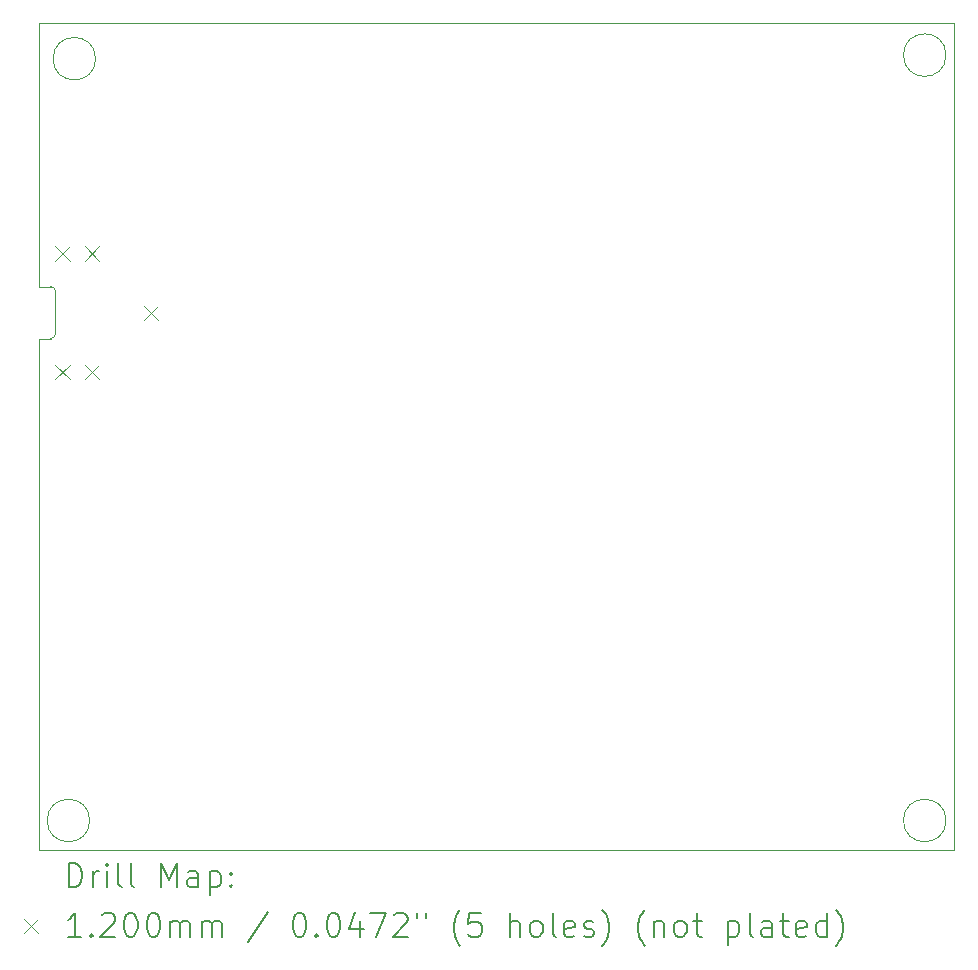
<source format=gbr>
%TF.GenerationSoftware,KiCad,Pcbnew,8.0.2*%
%TF.CreationDate,2024-06-05T21:35:59-04:00*%
%TF.ProjectId,pcb,7063622e-6b69-4636-9164-5f7063625858,rev?*%
%TF.SameCoordinates,Original*%
%TF.FileFunction,Drillmap*%
%TF.FilePolarity,Positive*%
%FSLAX45Y45*%
G04 Gerber Fmt 4.5, Leading zero omitted, Abs format (unit mm)*
G04 Created by KiCad (PCBNEW 8.0.2) date 2024-06-05 21:35:59*
%MOMM*%
%LPD*%
G01*
G04 APERTURE LIST*
%ADD10C,0.050000*%
%ADD11C,0.120000*%
%ADD12C,0.200000*%
G04 APERTURE END LIST*
D10*
X16250000Y-5900000D02*
X16250000Y-12900000D01*
X8980278Y-6200000D02*
G75*
G02*
X8619722Y-6200000I-180278J0D01*
G01*
X8619722Y-6200000D02*
G75*
G02*
X8980278Y-6200000I180278J0D01*
G01*
X16180278Y-12650000D02*
G75*
G02*
X15819722Y-12650000I-180278J0D01*
G01*
X15819722Y-12650000D02*
G75*
G02*
X16180278Y-12650000I180278J0D01*
G01*
X8500000Y-12900000D02*
X8500000Y-9000000D01*
X8500000Y-5900000D02*
X16250000Y-5900000D01*
X16250000Y-12900000D02*
X8500000Y-12900000D01*
X16180278Y-6169722D02*
G75*
G02*
X15819722Y-6169722I-180278J0D01*
G01*
X15819722Y-6169722D02*
G75*
G02*
X16180278Y-6169722I180278J0D01*
G01*
X8500000Y-7700000D02*
X8500000Y-5900000D01*
X8930278Y-12650000D02*
G75*
G02*
X8569722Y-12650000I-180278J0D01*
G01*
X8569722Y-12650000D02*
G75*
G02*
X8930278Y-12650000I180278J0D01*
G01*
D11*
X8500000Y-8130000D02*
X8500000Y-7700000D01*
X8500000Y-8570000D02*
X8500000Y-9000000D01*
X8600000Y-8130000D02*
X8500000Y-8130000D01*
X8600000Y-8570000D02*
X8500000Y-8570000D01*
X8640000Y-8530000D02*
X8640000Y-8170000D01*
X8600000Y-8130000D02*
G75*
G02*
X8640000Y-8170000I0J-40000D01*
G01*
X8640000Y-8530000D02*
G75*
G02*
X8600000Y-8570000I-40000J0D01*
G01*
D12*
D11*
X8640000Y-7790000D02*
X8760000Y-7910000D01*
X8760000Y-7790000D02*
X8640000Y-7910000D01*
X8640000Y-8790000D02*
X8760000Y-8910000D01*
X8760000Y-8790000D02*
X8640000Y-8910000D01*
X8890000Y-7790000D02*
X9010000Y-7910000D01*
X9010000Y-7790000D02*
X8890000Y-7910000D01*
X8890000Y-8790000D02*
X9010000Y-8910000D01*
X9010000Y-8790000D02*
X8890000Y-8910000D01*
X9390000Y-8290000D02*
X9510000Y-8410000D01*
X9510000Y-8290000D02*
X9390000Y-8410000D01*
D12*
X8754777Y-13213984D02*
X8754777Y-13013984D01*
X8754777Y-13013984D02*
X8802396Y-13013984D01*
X8802396Y-13013984D02*
X8830967Y-13023508D01*
X8830967Y-13023508D02*
X8850015Y-13042555D01*
X8850015Y-13042555D02*
X8859539Y-13061603D01*
X8859539Y-13061603D02*
X8869063Y-13099698D01*
X8869063Y-13099698D02*
X8869063Y-13128269D01*
X8869063Y-13128269D02*
X8859539Y-13166365D01*
X8859539Y-13166365D02*
X8850015Y-13185412D01*
X8850015Y-13185412D02*
X8830967Y-13204460D01*
X8830967Y-13204460D02*
X8802396Y-13213984D01*
X8802396Y-13213984D02*
X8754777Y-13213984D01*
X8954777Y-13213984D02*
X8954777Y-13080650D01*
X8954777Y-13118746D02*
X8964301Y-13099698D01*
X8964301Y-13099698D02*
X8973824Y-13090174D01*
X8973824Y-13090174D02*
X8992872Y-13080650D01*
X8992872Y-13080650D02*
X9011920Y-13080650D01*
X9078586Y-13213984D02*
X9078586Y-13080650D01*
X9078586Y-13013984D02*
X9069063Y-13023508D01*
X9069063Y-13023508D02*
X9078586Y-13033031D01*
X9078586Y-13033031D02*
X9088110Y-13023508D01*
X9088110Y-13023508D02*
X9078586Y-13013984D01*
X9078586Y-13013984D02*
X9078586Y-13033031D01*
X9202396Y-13213984D02*
X9183348Y-13204460D01*
X9183348Y-13204460D02*
X9173824Y-13185412D01*
X9173824Y-13185412D02*
X9173824Y-13013984D01*
X9307158Y-13213984D02*
X9288110Y-13204460D01*
X9288110Y-13204460D02*
X9278586Y-13185412D01*
X9278586Y-13185412D02*
X9278586Y-13013984D01*
X9535729Y-13213984D02*
X9535729Y-13013984D01*
X9535729Y-13013984D02*
X9602396Y-13156841D01*
X9602396Y-13156841D02*
X9669063Y-13013984D01*
X9669063Y-13013984D02*
X9669063Y-13213984D01*
X9850015Y-13213984D02*
X9850015Y-13109222D01*
X9850015Y-13109222D02*
X9840491Y-13090174D01*
X9840491Y-13090174D02*
X9821444Y-13080650D01*
X9821444Y-13080650D02*
X9783348Y-13080650D01*
X9783348Y-13080650D02*
X9764301Y-13090174D01*
X9850015Y-13204460D02*
X9830967Y-13213984D01*
X9830967Y-13213984D02*
X9783348Y-13213984D01*
X9783348Y-13213984D02*
X9764301Y-13204460D01*
X9764301Y-13204460D02*
X9754777Y-13185412D01*
X9754777Y-13185412D02*
X9754777Y-13166365D01*
X9754777Y-13166365D02*
X9764301Y-13147317D01*
X9764301Y-13147317D02*
X9783348Y-13137793D01*
X9783348Y-13137793D02*
X9830967Y-13137793D01*
X9830967Y-13137793D02*
X9850015Y-13128269D01*
X9945253Y-13080650D02*
X9945253Y-13280650D01*
X9945253Y-13090174D02*
X9964301Y-13080650D01*
X9964301Y-13080650D02*
X10002396Y-13080650D01*
X10002396Y-13080650D02*
X10021444Y-13090174D01*
X10021444Y-13090174D02*
X10030967Y-13099698D01*
X10030967Y-13099698D02*
X10040491Y-13118746D01*
X10040491Y-13118746D02*
X10040491Y-13175888D01*
X10040491Y-13175888D02*
X10030967Y-13194936D01*
X10030967Y-13194936D02*
X10021444Y-13204460D01*
X10021444Y-13204460D02*
X10002396Y-13213984D01*
X10002396Y-13213984D02*
X9964301Y-13213984D01*
X9964301Y-13213984D02*
X9945253Y-13204460D01*
X10126205Y-13194936D02*
X10135729Y-13204460D01*
X10135729Y-13204460D02*
X10126205Y-13213984D01*
X10126205Y-13213984D02*
X10116682Y-13204460D01*
X10116682Y-13204460D02*
X10126205Y-13194936D01*
X10126205Y-13194936D02*
X10126205Y-13213984D01*
X10126205Y-13090174D02*
X10135729Y-13099698D01*
X10135729Y-13099698D02*
X10126205Y-13109222D01*
X10126205Y-13109222D02*
X10116682Y-13099698D01*
X10116682Y-13099698D02*
X10126205Y-13090174D01*
X10126205Y-13090174D02*
X10126205Y-13109222D01*
D11*
X8374000Y-13482500D02*
X8494000Y-13602500D01*
X8494000Y-13482500D02*
X8374000Y-13602500D01*
D12*
X8859539Y-13633984D02*
X8745253Y-13633984D01*
X8802396Y-13633984D02*
X8802396Y-13433984D01*
X8802396Y-13433984D02*
X8783348Y-13462555D01*
X8783348Y-13462555D02*
X8764301Y-13481603D01*
X8764301Y-13481603D02*
X8745253Y-13491127D01*
X8945253Y-13614936D02*
X8954777Y-13624460D01*
X8954777Y-13624460D02*
X8945253Y-13633984D01*
X8945253Y-13633984D02*
X8935729Y-13624460D01*
X8935729Y-13624460D02*
X8945253Y-13614936D01*
X8945253Y-13614936D02*
X8945253Y-13633984D01*
X9030967Y-13453031D02*
X9040491Y-13443508D01*
X9040491Y-13443508D02*
X9059539Y-13433984D01*
X9059539Y-13433984D02*
X9107158Y-13433984D01*
X9107158Y-13433984D02*
X9126205Y-13443508D01*
X9126205Y-13443508D02*
X9135729Y-13453031D01*
X9135729Y-13453031D02*
X9145253Y-13472079D01*
X9145253Y-13472079D02*
X9145253Y-13491127D01*
X9145253Y-13491127D02*
X9135729Y-13519698D01*
X9135729Y-13519698D02*
X9021444Y-13633984D01*
X9021444Y-13633984D02*
X9145253Y-13633984D01*
X9269063Y-13433984D02*
X9288110Y-13433984D01*
X9288110Y-13433984D02*
X9307158Y-13443508D01*
X9307158Y-13443508D02*
X9316682Y-13453031D01*
X9316682Y-13453031D02*
X9326205Y-13472079D01*
X9326205Y-13472079D02*
X9335729Y-13510174D01*
X9335729Y-13510174D02*
X9335729Y-13557793D01*
X9335729Y-13557793D02*
X9326205Y-13595888D01*
X9326205Y-13595888D02*
X9316682Y-13614936D01*
X9316682Y-13614936D02*
X9307158Y-13624460D01*
X9307158Y-13624460D02*
X9288110Y-13633984D01*
X9288110Y-13633984D02*
X9269063Y-13633984D01*
X9269063Y-13633984D02*
X9250015Y-13624460D01*
X9250015Y-13624460D02*
X9240491Y-13614936D01*
X9240491Y-13614936D02*
X9230967Y-13595888D01*
X9230967Y-13595888D02*
X9221444Y-13557793D01*
X9221444Y-13557793D02*
X9221444Y-13510174D01*
X9221444Y-13510174D02*
X9230967Y-13472079D01*
X9230967Y-13472079D02*
X9240491Y-13453031D01*
X9240491Y-13453031D02*
X9250015Y-13443508D01*
X9250015Y-13443508D02*
X9269063Y-13433984D01*
X9459539Y-13433984D02*
X9478586Y-13433984D01*
X9478586Y-13433984D02*
X9497634Y-13443508D01*
X9497634Y-13443508D02*
X9507158Y-13453031D01*
X9507158Y-13453031D02*
X9516682Y-13472079D01*
X9516682Y-13472079D02*
X9526205Y-13510174D01*
X9526205Y-13510174D02*
X9526205Y-13557793D01*
X9526205Y-13557793D02*
X9516682Y-13595888D01*
X9516682Y-13595888D02*
X9507158Y-13614936D01*
X9507158Y-13614936D02*
X9497634Y-13624460D01*
X9497634Y-13624460D02*
X9478586Y-13633984D01*
X9478586Y-13633984D02*
X9459539Y-13633984D01*
X9459539Y-13633984D02*
X9440491Y-13624460D01*
X9440491Y-13624460D02*
X9430967Y-13614936D01*
X9430967Y-13614936D02*
X9421444Y-13595888D01*
X9421444Y-13595888D02*
X9411920Y-13557793D01*
X9411920Y-13557793D02*
X9411920Y-13510174D01*
X9411920Y-13510174D02*
X9421444Y-13472079D01*
X9421444Y-13472079D02*
X9430967Y-13453031D01*
X9430967Y-13453031D02*
X9440491Y-13443508D01*
X9440491Y-13443508D02*
X9459539Y-13433984D01*
X9611920Y-13633984D02*
X9611920Y-13500650D01*
X9611920Y-13519698D02*
X9621444Y-13510174D01*
X9621444Y-13510174D02*
X9640491Y-13500650D01*
X9640491Y-13500650D02*
X9669063Y-13500650D01*
X9669063Y-13500650D02*
X9688110Y-13510174D01*
X9688110Y-13510174D02*
X9697634Y-13529222D01*
X9697634Y-13529222D02*
X9697634Y-13633984D01*
X9697634Y-13529222D02*
X9707158Y-13510174D01*
X9707158Y-13510174D02*
X9726205Y-13500650D01*
X9726205Y-13500650D02*
X9754777Y-13500650D01*
X9754777Y-13500650D02*
X9773825Y-13510174D01*
X9773825Y-13510174D02*
X9783348Y-13529222D01*
X9783348Y-13529222D02*
X9783348Y-13633984D01*
X9878586Y-13633984D02*
X9878586Y-13500650D01*
X9878586Y-13519698D02*
X9888110Y-13510174D01*
X9888110Y-13510174D02*
X9907158Y-13500650D01*
X9907158Y-13500650D02*
X9935729Y-13500650D01*
X9935729Y-13500650D02*
X9954777Y-13510174D01*
X9954777Y-13510174D02*
X9964301Y-13529222D01*
X9964301Y-13529222D02*
X9964301Y-13633984D01*
X9964301Y-13529222D02*
X9973825Y-13510174D01*
X9973825Y-13510174D02*
X9992872Y-13500650D01*
X9992872Y-13500650D02*
X10021444Y-13500650D01*
X10021444Y-13500650D02*
X10040491Y-13510174D01*
X10040491Y-13510174D02*
X10050015Y-13529222D01*
X10050015Y-13529222D02*
X10050015Y-13633984D01*
X10440491Y-13424460D02*
X10269063Y-13681603D01*
X10697634Y-13433984D02*
X10716682Y-13433984D01*
X10716682Y-13433984D02*
X10735729Y-13443508D01*
X10735729Y-13443508D02*
X10745253Y-13453031D01*
X10745253Y-13453031D02*
X10754777Y-13472079D01*
X10754777Y-13472079D02*
X10764301Y-13510174D01*
X10764301Y-13510174D02*
X10764301Y-13557793D01*
X10764301Y-13557793D02*
X10754777Y-13595888D01*
X10754777Y-13595888D02*
X10745253Y-13614936D01*
X10745253Y-13614936D02*
X10735729Y-13624460D01*
X10735729Y-13624460D02*
X10716682Y-13633984D01*
X10716682Y-13633984D02*
X10697634Y-13633984D01*
X10697634Y-13633984D02*
X10678587Y-13624460D01*
X10678587Y-13624460D02*
X10669063Y-13614936D01*
X10669063Y-13614936D02*
X10659539Y-13595888D01*
X10659539Y-13595888D02*
X10650015Y-13557793D01*
X10650015Y-13557793D02*
X10650015Y-13510174D01*
X10650015Y-13510174D02*
X10659539Y-13472079D01*
X10659539Y-13472079D02*
X10669063Y-13453031D01*
X10669063Y-13453031D02*
X10678587Y-13443508D01*
X10678587Y-13443508D02*
X10697634Y-13433984D01*
X10850015Y-13614936D02*
X10859539Y-13624460D01*
X10859539Y-13624460D02*
X10850015Y-13633984D01*
X10850015Y-13633984D02*
X10840491Y-13624460D01*
X10840491Y-13624460D02*
X10850015Y-13614936D01*
X10850015Y-13614936D02*
X10850015Y-13633984D01*
X10983348Y-13433984D02*
X11002396Y-13433984D01*
X11002396Y-13433984D02*
X11021444Y-13443508D01*
X11021444Y-13443508D02*
X11030968Y-13453031D01*
X11030968Y-13453031D02*
X11040491Y-13472079D01*
X11040491Y-13472079D02*
X11050015Y-13510174D01*
X11050015Y-13510174D02*
X11050015Y-13557793D01*
X11050015Y-13557793D02*
X11040491Y-13595888D01*
X11040491Y-13595888D02*
X11030968Y-13614936D01*
X11030968Y-13614936D02*
X11021444Y-13624460D01*
X11021444Y-13624460D02*
X11002396Y-13633984D01*
X11002396Y-13633984D02*
X10983348Y-13633984D01*
X10983348Y-13633984D02*
X10964301Y-13624460D01*
X10964301Y-13624460D02*
X10954777Y-13614936D01*
X10954777Y-13614936D02*
X10945253Y-13595888D01*
X10945253Y-13595888D02*
X10935729Y-13557793D01*
X10935729Y-13557793D02*
X10935729Y-13510174D01*
X10935729Y-13510174D02*
X10945253Y-13472079D01*
X10945253Y-13472079D02*
X10954777Y-13453031D01*
X10954777Y-13453031D02*
X10964301Y-13443508D01*
X10964301Y-13443508D02*
X10983348Y-13433984D01*
X11221444Y-13500650D02*
X11221444Y-13633984D01*
X11173825Y-13424460D02*
X11126206Y-13567317D01*
X11126206Y-13567317D02*
X11250015Y-13567317D01*
X11307158Y-13433984D02*
X11440491Y-13433984D01*
X11440491Y-13433984D02*
X11354777Y-13633984D01*
X11507158Y-13453031D02*
X11516682Y-13443508D01*
X11516682Y-13443508D02*
X11535729Y-13433984D01*
X11535729Y-13433984D02*
X11583348Y-13433984D01*
X11583348Y-13433984D02*
X11602396Y-13443508D01*
X11602396Y-13443508D02*
X11611920Y-13453031D01*
X11611920Y-13453031D02*
X11621444Y-13472079D01*
X11621444Y-13472079D02*
X11621444Y-13491127D01*
X11621444Y-13491127D02*
X11611920Y-13519698D01*
X11611920Y-13519698D02*
X11497634Y-13633984D01*
X11497634Y-13633984D02*
X11621444Y-13633984D01*
X11697634Y-13433984D02*
X11697634Y-13472079D01*
X11773825Y-13433984D02*
X11773825Y-13472079D01*
X12069063Y-13710174D02*
X12059539Y-13700650D01*
X12059539Y-13700650D02*
X12040491Y-13672079D01*
X12040491Y-13672079D02*
X12030968Y-13653031D01*
X12030968Y-13653031D02*
X12021444Y-13624460D01*
X12021444Y-13624460D02*
X12011920Y-13576841D01*
X12011920Y-13576841D02*
X12011920Y-13538746D01*
X12011920Y-13538746D02*
X12021444Y-13491127D01*
X12021444Y-13491127D02*
X12030968Y-13462555D01*
X12030968Y-13462555D02*
X12040491Y-13443508D01*
X12040491Y-13443508D02*
X12059539Y-13414936D01*
X12059539Y-13414936D02*
X12069063Y-13405412D01*
X12240491Y-13433984D02*
X12145253Y-13433984D01*
X12145253Y-13433984D02*
X12135729Y-13529222D01*
X12135729Y-13529222D02*
X12145253Y-13519698D01*
X12145253Y-13519698D02*
X12164301Y-13510174D01*
X12164301Y-13510174D02*
X12211920Y-13510174D01*
X12211920Y-13510174D02*
X12230968Y-13519698D01*
X12230968Y-13519698D02*
X12240491Y-13529222D01*
X12240491Y-13529222D02*
X12250015Y-13548269D01*
X12250015Y-13548269D02*
X12250015Y-13595888D01*
X12250015Y-13595888D02*
X12240491Y-13614936D01*
X12240491Y-13614936D02*
X12230968Y-13624460D01*
X12230968Y-13624460D02*
X12211920Y-13633984D01*
X12211920Y-13633984D02*
X12164301Y-13633984D01*
X12164301Y-13633984D02*
X12145253Y-13624460D01*
X12145253Y-13624460D02*
X12135729Y-13614936D01*
X12488110Y-13633984D02*
X12488110Y-13433984D01*
X12573825Y-13633984D02*
X12573825Y-13529222D01*
X12573825Y-13529222D02*
X12564301Y-13510174D01*
X12564301Y-13510174D02*
X12545253Y-13500650D01*
X12545253Y-13500650D02*
X12516682Y-13500650D01*
X12516682Y-13500650D02*
X12497634Y-13510174D01*
X12497634Y-13510174D02*
X12488110Y-13519698D01*
X12697634Y-13633984D02*
X12678587Y-13624460D01*
X12678587Y-13624460D02*
X12669063Y-13614936D01*
X12669063Y-13614936D02*
X12659539Y-13595888D01*
X12659539Y-13595888D02*
X12659539Y-13538746D01*
X12659539Y-13538746D02*
X12669063Y-13519698D01*
X12669063Y-13519698D02*
X12678587Y-13510174D01*
X12678587Y-13510174D02*
X12697634Y-13500650D01*
X12697634Y-13500650D02*
X12726206Y-13500650D01*
X12726206Y-13500650D02*
X12745253Y-13510174D01*
X12745253Y-13510174D02*
X12754777Y-13519698D01*
X12754777Y-13519698D02*
X12764301Y-13538746D01*
X12764301Y-13538746D02*
X12764301Y-13595888D01*
X12764301Y-13595888D02*
X12754777Y-13614936D01*
X12754777Y-13614936D02*
X12745253Y-13624460D01*
X12745253Y-13624460D02*
X12726206Y-13633984D01*
X12726206Y-13633984D02*
X12697634Y-13633984D01*
X12878587Y-13633984D02*
X12859539Y-13624460D01*
X12859539Y-13624460D02*
X12850015Y-13605412D01*
X12850015Y-13605412D02*
X12850015Y-13433984D01*
X13030968Y-13624460D02*
X13011920Y-13633984D01*
X13011920Y-13633984D02*
X12973825Y-13633984D01*
X12973825Y-13633984D02*
X12954777Y-13624460D01*
X12954777Y-13624460D02*
X12945253Y-13605412D01*
X12945253Y-13605412D02*
X12945253Y-13529222D01*
X12945253Y-13529222D02*
X12954777Y-13510174D01*
X12954777Y-13510174D02*
X12973825Y-13500650D01*
X12973825Y-13500650D02*
X13011920Y-13500650D01*
X13011920Y-13500650D02*
X13030968Y-13510174D01*
X13030968Y-13510174D02*
X13040491Y-13529222D01*
X13040491Y-13529222D02*
X13040491Y-13548269D01*
X13040491Y-13548269D02*
X12945253Y-13567317D01*
X13116682Y-13624460D02*
X13135730Y-13633984D01*
X13135730Y-13633984D02*
X13173825Y-13633984D01*
X13173825Y-13633984D02*
X13192872Y-13624460D01*
X13192872Y-13624460D02*
X13202396Y-13605412D01*
X13202396Y-13605412D02*
X13202396Y-13595888D01*
X13202396Y-13595888D02*
X13192872Y-13576841D01*
X13192872Y-13576841D02*
X13173825Y-13567317D01*
X13173825Y-13567317D02*
X13145253Y-13567317D01*
X13145253Y-13567317D02*
X13126206Y-13557793D01*
X13126206Y-13557793D02*
X13116682Y-13538746D01*
X13116682Y-13538746D02*
X13116682Y-13529222D01*
X13116682Y-13529222D02*
X13126206Y-13510174D01*
X13126206Y-13510174D02*
X13145253Y-13500650D01*
X13145253Y-13500650D02*
X13173825Y-13500650D01*
X13173825Y-13500650D02*
X13192872Y-13510174D01*
X13269063Y-13710174D02*
X13278587Y-13700650D01*
X13278587Y-13700650D02*
X13297634Y-13672079D01*
X13297634Y-13672079D02*
X13307158Y-13653031D01*
X13307158Y-13653031D02*
X13316682Y-13624460D01*
X13316682Y-13624460D02*
X13326206Y-13576841D01*
X13326206Y-13576841D02*
X13326206Y-13538746D01*
X13326206Y-13538746D02*
X13316682Y-13491127D01*
X13316682Y-13491127D02*
X13307158Y-13462555D01*
X13307158Y-13462555D02*
X13297634Y-13443508D01*
X13297634Y-13443508D02*
X13278587Y-13414936D01*
X13278587Y-13414936D02*
X13269063Y-13405412D01*
X13630968Y-13710174D02*
X13621444Y-13700650D01*
X13621444Y-13700650D02*
X13602396Y-13672079D01*
X13602396Y-13672079D02*
X13592872Y-13653031D01*
X13592872Y-13653031D02*
X13583349Y-13624460D01*
X13583349Y-13624460D02*
X13573825Y-13576841D01*
X13573825Y-13576841D02*
X13573825Y-13538746D01*
X13573825Y-13538746D02*
X13583349Y-13491127D01*
X13583349Y-13491127D02*
X13592872Y-13462555D01*
X13592872Y-13462555D02*
X13602396Y-13443508D01*
X13602396Y-13443508D02*
X13621444Y-13414936D01*
X13621444Y-13414936D02*
X13630968Y-13405412D01*
X13707158Y-13500650D02*
X13707158Y-13633984D01*
X13707158Y-13519698D02*
X13716682Y-13510174D01*
X13716682Y-13510174D02*
X13735730Y-13500650D01*
X13735730Y-13500650D02*
X13764301Y-13500650D01*
X13764301Y-13500650D02*
X13783349Y-13510174D01*
X13783349Y-13510174D02*
X13792872Y-13529222D01*
X13792872Y-13529222D02*
X13792872Y-13633984D01*
X13916682Y-13633984D02*
X13897634Y-13624460D01*
X13897634Y-13624460D02*
X13888111Y-13614936D01*
X13888111Y-13614936D02*
X13878587Y-13595888D01*
X13878587Y-13595888D02*
X13878587Y-13538746D01*
X13878587Y-13538746D02*
X13888111Y-13519698D01*
X13888111Y-13519698D02*
X13897634Y-13510174D01*
X13897634Y-13510174D02*
X13916682Y-13500650D01*
X13916682Y-13500650D02*
X13945253Y-13500650D01*
X13945253Y-13500650D02*
X13964301Y-13510174D01*
X13964301Y-13510174D02*
X13973825Y-13519698D01*
X13973825Y-13519698D02*
X13983349Y-13538746D01*
X13983349Y-13538746D02*
X13983349Y-13595888D01*
X13983349Y-13595888D02*
X13973825Y-13614936D01*
X13973825Y-13614936D02*
X13964301Y-13624460D01*
X13964301Y-13624460D02*
X13945253Y-13633984D01*
X13945253Y-13633984D02*
X13916682Y-13633984D01*
X14040492Y-13500650D02*
X14116682Y-13500650D01*
X14069063Y-13433984D02*
X14069063Y-13605412D01*
X14069063Y-13605412D02*
X14078587Y-13624460D01*
X14078587Y-13624460D02*
X14097634Y-13633984D01*
X14097634Y-13633984D02*
X14116682Y-13633984D01*
X14335730Y-13500650D02*
X14335730Y-13700650D01*
X14335730Y-13510174D02*
X14354777Y-13500650D01*
X14354777Y-13500650D02*
X14392873Y-13500650D01*
X14392873Y-13500650D02*
X14411920Y-13510174D01*
X14411920Y-13510174D02*
X14421444Y-13519698D01*
X14421444Y-13519698D02*
X14430968Y-13538746D01*
X14430968Y-13538746D02*
X14430968Y-13595888D01*
X14430968Y-13595888D02*
X14421444Y-13614936D01*
X14421444Y-13614936D02*
X14411920Y-13624460D01*
X14411920Y-13624460D02*
X14392873Y-13633984D01*
X14392873Y-13633984D02*
X14354777Y-13633984D01*
X14354777Y-13633984D02*
X14335730Y-13624460D01*
X14545253Y-13633984D02*
X14526206Y-13624460D01*
X14526206Y-13624460D02*
X14516682Y-13605412D01*
X14516682Y-13605412D02*
X14516682Y-13433984D01*
X14707158Y-13633984D02*
X14707158Y-13529222D01*
X14707158Y-13529222D02*
X14697634Y-13510174D01*
X14697634Y-13510174D02*
X14678587Y-13500650D01*
X14678587Y-13500650D02*
X14640492Y-13500650D01*
X14640492Y-13500650D02*
X14621444Y-13510174D01*
X14707158Y-13624460D02*
X14688111Y-13633984D01*
X14688111Y-13633984D02*
X14640492Y-13633984D01*
X14640492Y-13633984D02*
X14621444Y-13624460D01*
X14621444Y-13624460D02*
X14611920Y-13605412D01*
X14611920Y-13605412D02*
X14611920Y-13586365D01*
X14611920Y-13586365D02*
X14621444Y-13567317D01*
X14621444Y-13567317D02*
X14640492Y-13557793D01*
X14640492Y-13557793D02*
X14688111Y-13557793D01*
X14688111Y-13557793D02*
X14707158Y-13548269D01*
X14773825Y-13500650D02*
X14850015Y-13500650D01*
X14802396Y-13433984D02*
X14802396Y-13605412D01*
X14802396Y-13605412D02*
X14811920Y-13624460D01*
X14811920Y-13624460D02*
X14830968Y-13633984D01*
X14830968Y-13633984D02*
X14850015Y-13633984D01*
X14992873Y-13624460D02*
X14973825Y-13633984D01*
X14973825Y-13633984D02*
X14935730Y-13633984D01*
X14935730Y-13633984D02*
X14916682Y-13624460D01*
X14916682Y-13624460D02*
X14907158Y-13605412D01*
X14907158Y-13605412D02*
X14907158Y-13529222D01*
X14907158Y-13529222D02*
X14916682Y-13510174D01*
X14916682Y-13510174D02*
X14935730Y-13500650D01*
X14935730Y-13500650D02*
X14973825Y-13500650D01*
X14973825Y-13500650D02*
X14992873Y-13510174D01*
X14992873Y-13510174D02*
X15002396Y-13529222D01*
X15002396Y-13529222D02*
X15002396Y-13548269D01*
X15002396Y-13548269D02*
X14907158Y-13567317D01*
X15173825Y-13633984D02*
X15173825Y-13433984D01*
X15173825Y-13624460D02*
X15154777Y-13633984D01*
X15154777Y-13633984D02*
X15116682Y-13633984D01*
X15116682Y-13633984D02*
X15097634Y-13624460D01*
X15097634Y-13624460D02*
X15088111Y-13614936D01*
X15088111Y-13614936D02*
X15078587Y-13595888D01*
X15078587Y-13595888D02*
X15078587Y-13538746D01*
X15078587Y-13538746D02*
X15088111Y-13519698D01*
X15088111Y-13519698D02*
X15097634Y-13510174D01*
X15097634Y-13510174D02*
X15116682Y-13500650D01*
X15116682Y-13500650D02*
X15154777Y-13500650D01*
X15154777Y-13500650D02*
X15173825Y-13510174D01*
X15250015Y-13710174D02*
X15259539Y-13700650D01*
X15259539Y-13700650D02*
X15278587Y-13672079D01*
X15278587Y-13672079D02*
X15288111Y-13653031D01*
X15288111Y-13653031D02*
X15297634Y-13624460D01*
X15297634Y-13624460D02*
X15307158Y-13576841D01*
X15307158Y-13576841D02*
X15307158Y-13538746D01*
X15307158Y-13538746D02*
X15297634Y-13491127D01*
X15297634Y-13491127D02*
X15288111Y-13462555D01*
X15288111Y-13462555D02*
X15278587Y-13443508D01*
X15278587Y-13443508D02*
X15259539Y-13414936D01*
X15259539Y-13414936D02*
X15250015Y-13405412D01*
M02*

</source>
